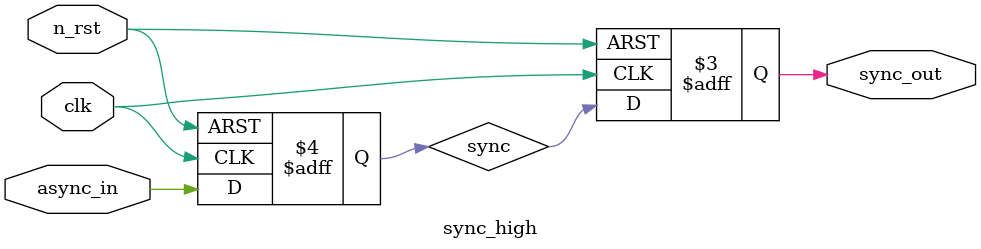
<source format=sv>

module sync_high
(
  input wire clk,
  input wire n_rst,
  input wire async_in,
  output reg sync_out
);

reg sync;

always_ff @ (posedge clk, negedge n_rst)
begin
  if(1'b0 == n_rst)
  begin
    sync_out <= 1'b1;
    sync <= 1'b1;
  end
  else
  begin
  sync <= async_in;
  sync_out <= sync;
  end
end

endmodule

</source>
